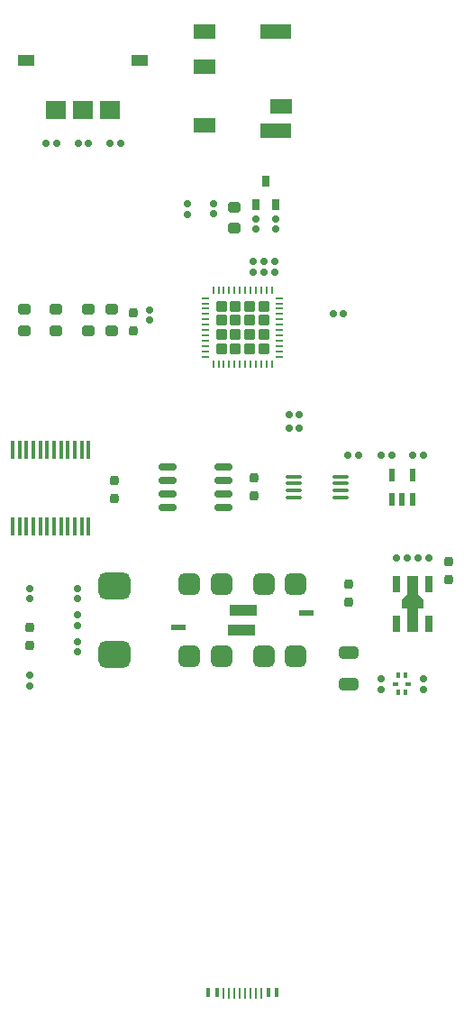
<source format=gtp>
G04 #@! TF.GenerationSoftware,KiCad,Pcbnew,7.0.6*
G04 #@! TF.CreationDate,2023-09-14T19:31:32+09:00*
G04 #@! TF.ProjectId,SmaCon,536d6143-6f6e-42e6-9b69-6361645f7063,V2.0*
G04 #@! TF.SameCoordinates,Original*
G04 #@! TF.FileFunction,Paste,Top*
G04 #@! TF.FilePolarity,Positive*
%FSLAX46Y46*%
G04 Gerber Fmt 4.6, Leading zero omitted, Abs format (unit mm)*
G04 Created by KiCad (PCBNEW 7.0.6) date 2023-09-14 19:31:32*
%MOMM*%
%LPD*%
G01*
G04 APERTURE LIST*
G04 Aperture macros list*
%AMRoundRect*
0 Rectangle with rounded corners*
0 $1 Rounding radius*
0 $2 $3 $4 $5 $6 $7 $8 $9 X,Y pos of 4 corners*
0 Add a 4 corners polygon primitive as box body*
4,1,4,$2,$3,$4,$5,$6,$7,$8,$9,$2,$3,0*
0 Add four circle primitives for the rounded corners*
1,1,$1+$1,$2,$3*
1,1,$1+$1,$4,$5*
1,1,$1+$1,$6,$7*
1,1,$1+$1,$8,$9*
0 Add four rect primitives between the rounded corners*
20,1,$1+$1,$2,$3,$4,$5,0*
20,1,$1+$1,$4,$5,$6,$7,0*
20,1,$1+$1,$6,$7,$8,$9,0*
20,1,$1+$1,$8,$9,$2,$3,0*%
%AMFreePoly0*
4,1,13,0.900000,0.500000,2.600000,0.500000,2.600000,-0.500000,0.900000,-0.500000,0.400000,-1.000000,-0.400000,-1.000000,-0.400000,-0.500000,-2.600000,-0.500000,-2.600000,0.500000,-0.400000,0.500000,-0.400000,1.000000,0.400000,1.000000,0.900000,0.500000,0.900000,0.500000,$1*%
G04 Aperture macros list end*
%ADD10R,0.450000X0.940000*%
%ADD11R,0.203200X1.140000*%
%ADD12RoundRect,0.250000X0.285000X0.285000X-0.285000X0.285000X-0.285000X-0.285000X0.285000X-0.285000X0*%
%ADD13R,0.800000X0.203200*%
%ADD14R,0.203200X0.800000*%
%ADD15RoundRect,0.150000X-0.150000X0.150000X-0.150000X-0.150000X0.150000X-0.150000X0.150000X0.150000X0*%
%ADD16RoundRect,0.200000X-0.200000X0.250000X-0.200000X-0.250000X0.200000X-0.250000X0.200000X0.250000X0*%
%ADD17R,0.800000X1.100000*%
%ADD18RoundRect,0.250000X0.350000X-0.250000X0.350000X0.250000X-0.350000X0.250000X-0.350000X-0.250000X0*%
%ADD19RoundRect,0.150000X-0.150000X-0.150000X0.150000X-0.150000X0.150000X0.150000X-0.150000X0.150000X0*%
%ADD20RoundRect,0.150000X0.150000X-0.150000X0.150000X0.150000X-0.150000X0.150000X-0.150000X-0.150000X0*%
%ADD21RoundRect,0.625000X-0.875000X0.625000X-0.875000X-0.625000X0.875000X-0.625000X0.875000X0.625000X0*%
%ADD22RoundRect,0.200000X0.200000X-0.250000X0.200000X0.250000X-0.200000X0.250000X-0.200000X-0.250000X0*%
%ADD23RoundRect,0.150000X0.150000X0.150000X-0.150000X0.150000X-0.150000X-0.150000X0.150000X-0.150000X0*%
%ADD24RoundRect,0.500000X0.500000X-0.500000X0.500000X0.500000X-0.500000X0.500000X-0.500000X-0.500000X0*%
%ADD25R,1.400000X0.600000*%
%ADD26R,2.500000X1.000000*%
%ADD27R,0.700000X1.500000*%
%ADD28FreePoly0,90.000000*%
%ADD29R,1.900000X1.800000*%
%ADD30R,1.600000X1.100000*%
%ADD31R,0.500000X1.200000*%
%ADD32RoundRect,0.075000X-0.650000X-0.075000X0.650000X-0.075000X0.650000X0.075000X-0.650000X0.075000X0*%
%ADD33R,2.000000X1.400000*%
%ADD34R,3.000000X1.400000*%
%ADD35RoundRect,0.250000X-0.650000X0.325000X-0.650000X-0.325000X0.650000X-0.325000X0.650000X0.325000X0*%
%ADD36R,0.300000X1.750000*%
%ADD37R,0.300000X0.600000*%
%ADD38R,0.600000X0.300000*%
%ADD39RoundRect,0.150000X0.675000X0.150000X-0.675000X0.150000X-0.675000X-0.150000X0.675000X-0.150000X0*%
G04 APERTURE END LIST*
D10*
X-3200000Y-92475000D03*
X-2400000Y-92475000D03*
D11*
X-1250000Y-92575000D03*
X-250000Y-92575000D03*
X250000Y-92575000D03*
X1250000Y-92575000D03*
D10*
X2400000Y-92475000D03*
X3200000Y-92475000D03*
X3200000Y-92475000D03*
X2400000Y-92475000D03*
D11*
X1750000Y-92575000D03*
X750000Y-92575000D03*
X-750000Y-92575000D03*
X-1750000Y-92575000D03*
D10*
X-2400000Y-92475000D03*
X-3200000Y-92475000D03*
D12*
X1980000Y-31980000D03*
X1980000Y-30660000D03*
X1980000Y-29340000D03*
X1980000Y-28020000D03*
X660000Y-31980000D03*
X660000Y-30660000D03*
X660000Y-29340000D03*
X660000Y-28020000D03*
X-660000Y-31980000D03*
X-660000Y-30660000D03*
X-660000Y-29340000D03*
X-660000Y-28020000D03*
X-1980000Y-31980000D03*
X-1980000Y-30660000D03*
X-1980000Y-29340000D03*
X-1980000Y-28020000D03*
D13*
X3450000Y-32750000D03*
X3450000Y-32250000D03*
X3450000Y-31750000D03*
X3450000Y-31250000D03*
X3450000Y-30750000D03*
X3450000Y-30250000D03*
X3450000Y-29750000D03*
X3450000Y-29250000D03*
X3450000Y-28750000D03*
X3450000Y-28250000D03*
X3450000Y-27750000D03*
X3450000Y-27250000D03*
D14*
X2750000Y-26550000D03*
X2250000Y-26550000D03*
X1750000Y-26550000D03*
X1250000Y-26550000D03*
X750000Y-26550000D03*
X250000Y-26550000D03*
X-250000Y-26550000D03*
X-750000Y-26550000D03*
X-1250000Y-26550000D03*
X-1750000Y-26550000D03*
X-2250000Y-26550000D03*
X-2750000Y-26550000D03*
D13*
X-3450000Y-27250000D03*
X-3450000Y-27750000D03*
X-3450000Y-28250000D03*
X-3450000Y-28750000D03*
X-3450000Y-29250000D03*
X-3450000Y-29750000D03*
X-3450000Y-30250000D03*
X-3450000Y-30750000D03*
X-3450000Y-31250000D03*
X-3450000Y-31750000D03*
X-3450000Y-32250000D03*
X-3450000Y-32750000D03*
D14*
X-2750000Y-33450000D03*
X-2250000Y-33450000D03*
X-1750000Y-33450000D03*
X-1250000Y-33450000D03*
X-750000Y-33450000D03*
X-250000Y-33450000D03*
X250000Y-33450000D03*
X750000Y-33450000D03*
X1250000Y-33450000D03*
X1750000Y-33450000D03*
X2250000Y-33450000D03*
X2750000Y-33450000D03*
D15*
X-15500000Y-54500000D03*
X-15500000Y-55500000D03*
D16*
X19400000Y-52000000D03*
X19400000Y-53700000D03*
D17*
X1250000Y-18500000D03*
X3150000Y-18500000D03*
X2200000Y-16300000D03*
D18*
X-17500000Y-30300000D03*
X-17500000Y-28300000D03*
D19*
X16000000Y-42000000D03*
X17000000Y-42000000D03*
D20*
X13000000Y-64000000D03*
X13000000Y-63000000D03*
X1000000Y-24800000D03*
X1000000Y-23800000D03*
D21*
X-12000000Y-54250000D03*
X-12000000Y-60750000D03*
D16*
X-12000000Y-44350000D03*
X-12000000Y-46050000D03*
D22*
X-20000000Y-59850000D03*
X-20000000Y-58150000D03*
D19*
X14500000Y-51700000D03*
X15500000Y-51700000D03*
D20*
X-15500000Y-60500000D03*
X-15500000Y-59500000D03*
X2000000Y-24800000D03*
X2000000Y-23800000D03*
X-20000000Y-63700000D03*
X-20000000Y-62700000D03*
D22*
X-10300000Y-30350000D03*
X-10300000Y-28650000D03*
X1100000Y-45850000D03*
X1100000Y-44150000D03*
D23*
X10900000Y-42000000D03*
X9900000Y-42000000D03*
D24*
X-5000000Y-60900000D03*
X-2000000Y-60900000D03*
X2000000Y-60900000D03*
X5000000Y-60900000D03*
X-5000000Y-54100000D03*
X-2000000Y-54100000D03*
X2000000Y-54100000D03*
X5000000Y-54100000D03*
D25*
X6000000Y-56800000D03*
D26*
X100000Y-56600000D03*
X-100000Y-58400000D03*
D25*
X-6000000Y-58200000D03*
D20*
X1250000Y-20800000D03*
X1250000Y-19800000D03*
X-2700000Y-19350000D03*
X-2700000Y-18350000D03*
D19*
X-12450000Y-12700000D03*
X-11450000Y-12700000D03*
D18*
X-800000Y-20700000D03*
X-800000Y-18700000D03*
D16*
X10000000Y-54150000D03*
X10000000Y-55850000D03*
D27*
X14500000Y-57850000D03*
D28*
X16000000Y-56000000D03*
D27*
X17500000Y-57850000D03*
X17500000Y-54150000D03*
X14500000Y-54150000D03*
D19*
X13000000Y-42000000D03*
X14000000Y-42000000D03*
D29*
X-17500000Y-9550000D03*
X-15000000Y-9550000D03*
X-12500000Y-9550000D03*
D30*
X-9700000Y-4900000D03*
X-20300000Y-4900000D03*
D31*
X14050000Y-46150000D03*
X15000000Y-46150000D03*
X15950000Y-46150000D03*
X15950000Y-43850000D03*
X14050000Y-43850000D03*
D19*
X4350000Y-39450000D03*
X5350000Y-39450000D03*
X4350000Y-38200000D03*
X5350000Y-38200000D03*
D18*
X-20500000Y-30300000D03*
X-20500000Y-28300000D03*
X-12300000Y-30300000D03*
X-12300000Y-28300000D03*
D15*
X-15500000Y-57000000D03*
X-15500000Y-58000000D03*
X3150000Y-19800000D03*
X3150000Y-20800000D03*
D32*
X4850000Y-44025000D03*
X4850000Y-44675000D03*
X4850000Y-45325000D03*
X4850000Y-45975000D03*
X9250000Y-45975000D03*
X9250000Y-45325000D03*
X9250000Y-44675000D03*
X9250000Y-44025000D03*
D15*
X-8750000Y-28350000D03*
X-8750000Y-29350000D03*
D33*
X-3550000Y-5525000D03*
X-3550000Y-11025000D03*
D34*
X3150000Y-2225000D03*
D33*
X-3550000Y-2225000D03*
X3650000Y-9225000D03*
D34*
X3150000Y-11525000D03*
D18*
X-14500000Y-30300000D03*
X-14500000Y-28300000D03*
D19*
X-15450000Y-12700000D03*
X-14450000Y-12700000D03*
D35*
X10000000Y-60525000D03*
X10000000Y-63475000D03*
D20*
X17000000Y-64000000D03*
X17000000Y-63000000D03*
X-5200000Y-19400000D03*
X-5200000Y-18400000D03*
X3000000Y-24800000D03*
X3000000Y-23800000D03*
D19*
X-18450000Y-12700000D03*
X-17450000Y-12700000D03*
D20*
X-20000000Y-55500000D03*
X-20000000Y-54500000D03*
D36*
X-14450000Y-41500000D03*
X-15100000Y-41500000D03*
X-15750000Y-41500000D03*
X-16400000Y-41500000D03*
X-17050000Y-41500000D03*
X-17700000Y-41500000D03*
X-18350000Y-41500000D03*
X-19000000Y-41500000D03*
X-19650000Y-41500000D03*
X-20300000Y-41500000D03*
X-20950000Y-41500000D03*
X-21600000Y-41500000D03*
X-21600000Y-48700000D03*
X-20950000Y-48700000D03*
X-20300000Y-48700000D03*
X-19650000Y-48700000D03*
X-19000000Y-48700000D03*
X-18350000Y-48700000D03*
X-17700000Y-48700000D03*
X-17050000Y-48700000D03*
X-16400000Y-48700000D03*
X-15750000Y-48700000D03*
X-15100000Y-48700000D03*
X-14450000Y-48700000D03*
D23*
X17500000Y-51700000D03*
X16500000Y-51700000D03*
D19*
X8500000Y-28750000D03*
X9500000Y-28750000D03*
D37*
X15325000Y-64300000D03*
X14675000Y-64300000D03*
D38*
X14400000Y-63500000D03*
D37*
X14675000Y-62700000D03*
X15325000Y-62700000D03*
D38*
X15600000Y-63500000D03*
D39*
X-1800000Y-46905000D03*
X-1800000Y-45635000D03*
X-1800000Y-44365000D03*
X-1800000Y-43095000D03*
X-7050000Y-43095000D03*
X-7050000Y-44365000D03*
X-7050000Y-45635000D03*
X-7050000Y-46905000D03*
M02*

</source>
